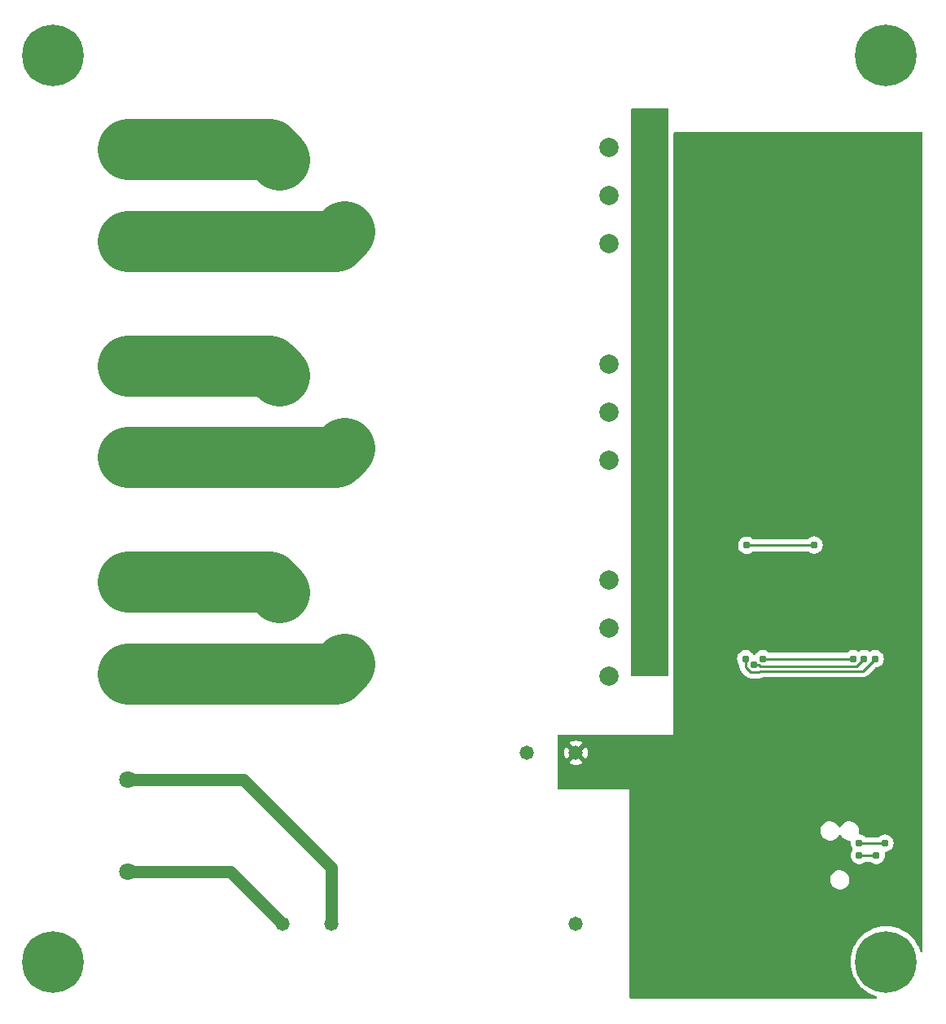
<source format=gbl>
G04 #@! TF.GenerationSoftware,KiCad,Pcbnew,6.0.2+dfsg-1*
G04 #@! TF.CreationDate,2023-09-16T21:21:40-06:00*
G04 #@! TF.ProjectId,ckt-xbeeio-acsw,636b742d-7862-4656-9569-6f2d61637377,rev?*
G04 #@! TF.SameCoordinates,Original*
G04 #@! TF.FileFunction,Copper,L2,Bot*
G04 #@! TF.FilePolarity,Positive*
%FSLAX46Y46*%
G04 Gerber Fmt 4.6, Leading zero omitted, Abs format (unit mm)*
G04 Created by KiCad (PCBNEW 6.0.2+dfsg-1) date 2023-09-16 21:21:40*
%MOMM*%
%LPD*%
G01*
G04 APERTURE LIST*
G04 #@! TA.AperFunction,ComponentPad*
%ADD10C,1.803400*%
G04 #@! TD*
G04 #@! TA.AperFunction,ComponentPad*
%ADD11C,2.000000*%
G04 #@! TD*
G04 #@! TA.AperFunction,ComponentPad*
%ADD12C,4.000000*%
G04 #@! TD*
G04 #@! TA.AperFunction,ComponentPad*
%ADD13C,6.400000*%
G04 #@! TD*
G04 #@! TA.AperFunction,ComponentPad*
%ADD14C,1.473200*%
G04 #@! TD*
G04 #@! TA.AperFunction,ViaPad*
%ADD15C,0.787400*%
G04 #@! TD*
G04 #@! TA.AperFunction,Conductor*
%ADD16C,6.350000*%
G04 #@! TD*
G04 #@! TA.AperFunction,Conductor*
%ADD17C,0.254000*%
G04 #@! TD*
G04 #@! TA.AperFunction,Conductor*
%ADD18C,1.270000*%
G04 #@! TD*
G04 APERTURE END LIST*
D10*
X43815000Y-99060000D03*
X43815000Y-108580001D03*
D11*
X93844998Y-121365000D03*
X93844998Y-131365000D03*
D12*
X66344998Y-130115000D03*
X59594998Y-122615000D03*
D11*
X93844998Y-126365000D03*
X93844998Y-98886000D03*
X93844998Y-108886000D03*
D12*
X66344998Y-107636000D03*
X59594998Y-100136000D03*
D11*
X93844998Y-103886000D03*
D10*
X43815000Y-142113000D03*
X43815000Y-151633001D03*
D13*
X36068000Y-66802000D03*
D14*
X59944000Y-157099000D03*
X65024000Y-157099000D03*
X90424000Y-157099000D03*
X90424000Y-139319000D03*
X85344000Y-139319000D03*
D11*
X53340000Y-76327000D03*
X51840000Y-86327000D03*
X93844998Y-76407000D03*
X93844998Y-86407000D03*
D12*
X66344998Y-85157000D03*
X59594998Y-77657000D03*
D11*
X93844998Y-81407000D03*
D10*
X43815000Y-121539000D03*
X43815000Y-131059001D03*
X43815000Y-76581000D03*
X43815000Y-86101001D03*
D11*
X53340000Y-98806000D03*
X51840000Y-108806000D03*
D13*
X122682000Y-161036000D03*
X36068000Y-161036000D03*
D11*
X53340000Y-121285000D03*
X51840000Y-131285000D03*
D13*
X122682000Y-66802000D03*
D15*
X106807000Y-98171000D03*
X102616000Y-122428000D03*
X104775000Y-98171000D03*
X96647000Y-140208000D03*
X112329000Y-148209000D03*
X104521000Y-92583000D03*
X112329000Y-145161000D03*
X96647000Y-153670000D03*
X97790000Y-140208000D03*
X100076000Y-142621000D03*
X96647000Y-154686000D03*
X96647000Y-155702000D03*
X113472000Y-142113000D03*
X102616000Y-116332000D03*
X100076000Y-144653000D03*
X97790000Y-142240000D03*
X97790000Y-141224000D03*
X105791000Y-98171000D03*
X106299000Y-76835000D03*
X106299000Y-75565000D03*
X96647000Y-142240000D03*
X104521000Y-90551000D03*
X104521000Y-91567000D03*
X113472000Y-145161000D03*
X98933000Y-142621000D03*
X107823000Y-76835000D03*
X96647000Y-139192000D03*
X104775000Y-76835000D03*
X96647000Y-138176000D03*
X114681000Y-124206000D03*
X103505000Y-92583000D03*
X102616000Y-124206000D03*
X115631000Y-133555500D03*
X101219000Y-96520000D03*
X112329000Y-142113000D03*
X103505000Y-91567000D03*
X113472000Y-148209000D03*
X96647000Y-141224000D03*
X106807000Y-100203000D03*
X103964500Y-161211500D03*
X103505000Y-90551000D03*
X101219000Y-97536000D03*
X97790000Y-138176000D03*
X115316000Y-148717000D03*
X97790000Y-139192000D03*
X100076000Y-143637000D03*
X115631000Y-137365500D03*
X98933000Y-143637000D03*
X114681000Y-123171000D03*
X98933000Y-144653000D03*
X110568511Y-100535511D03*
X106807000Y-99187000D03*
X99364800Y-75996800D03*
X98044000Y-129540000D03*
X97078800Y-74930000D03*
X97078800Y-75996800D03*
X98044000Y-130683000D03*
X96774000Y-130683000D03*
X99314000Y-129540000D03*
X98247200Y-74930000D03*
X99314000Y-128397000D03*
X97078800Y-73914000D03*
X99364800Y-74930000D03*
X97078800Y-72898000D03*
X98247200Y-75996800D03*
X99314000Y-130683000D03*
X121666000Y-149987000D03*
X119888000Y-149987000D03*
X108077000Y-129540000D03*
X121539000Y-129540000D03*
X120396000Y-129540000D03*
X108966000Y-130175000D03*
X119253000Y-129540000D03*
X109855000Y-129540000D03*
X119888000Y-148717000D03*
X115189000Y-117729000D03*
X108185000Y-117748000D03*
X122555000Y-148717000D03*
D16*
X58518998Y-76581000D02*
X59594998Y-77657000D01*
X43815000Y-76581000D02*
X58518998Y-76581000D01*
X65400997Y-86101001D02*
X66344998Y-85157000D01*
X43815000Y-86101001D02*
X65400997Y-86101001D01*
X58518998Y-99060000D02*
X59594998Y-100136000D01*
X43815000Y-99060000D02*
X58518998Y-99060000D01*
X43815000Y-108580001D02*
X65400997Y-108580001D01*
X65400997Y-108580001D02*
X66344998Y-107636000D01*
X58518998Y-121539000D02*
X59594998Y-122615000D01*
X43815000Y-121539000D02*
X58518998Y-121539000D01*
X43815000Y-131059001D02*
X65400997Y-131059001D01*
X65400997Y-131059001D02*
X66344998Y-130115000D01*
D17*
X119888000Y-149987000D02*
X121666000Y-149987000D01*
X108585000Y-130937000D02*
X108077000Y-130429000D01*
X121539000Y-129540000D02*
X120269000Y-130810000D01*
X109601000Y-130810000D02*
X109474000Y-130937000D01*
X108077000Y-130429000D02*
X108077000Y-129540000D01*
X109474000Y-130937000D02*
X108585000Y-130937000D01*
X120269000Y-130810000D02*
X109601000Y-130810000D01*
X119634000Y-130302000D02*
X120396000Y-129540000D01*
X108966000Y-130175000D02*
X109474000Y-130175000D01*
X109601000Y-130302000D02*
X119634000Y-130302000D01*
X109474000Y-130175000D02*
X109601000Y-130302000D01*
X109855000Y-129540000D02*
X119253000Y-129540000D01*
D18*
X43815000Y-142113000D02*
X55880000Y-142113000D01*
X65024000Y-151257000D02*
X65024000Y-157099000D01*
X55880000Y-142113000D02*
X65024000Y-151257000D01*
X43815000Y-151633001D02*
X54478001Y-151633001D01*
X54478001Y-151633001D02*
X59944000Y-157099000D01*
D17*
X115189000Y-117729000D02*
X108204000Y-117729000D01*
X119888000Y-148717000D02*
X122555000Y-148717000D01*
X108204000Y-117729000D02*
X108185000Y-117748000D01*
G04 #@! TA.AperFunction,Conductor*
G36*
X100018121Y-72359202D02*
G01*
X100064614Y-72412858D01*
X100076000Y-72465200D01*
X100076000Y-131192000D01*
X100055998Y-131260121D01*
X100002342Y-131306614D01*
X99950000Y-131318000D01*
X96239600Y-131318000D01*
X96171479Y-131297998D01*
X96124986Y-131244342D01*
X96113600Y-131192000D01*
X96113600Y-72465200D01*
X96133602Y-72397079D01*
X96187258Y-72350586D01*
X96239600Y-72339200D01*
X99950000Y-72339200D01*
X100018121Y-72359202D01*
G37*
G04 #@! TD.AperFunction*
G04 #@! TA.AperFunction,Conductor*
G36*
X126434121Y-74823002D02*
G01*
X126480614Y-74876658D01*
X126492000Y-74929000D01*
X126492000Y-159969505D01*
X126471998Y-160037626D01*
X126418342Y-160084119D01*
X126348068Y-160094223D01*
X126283488Y-160064729D01*
X126244293Y-160002116D01*
X126214688Y-159891630D01*
X126213833Y-159888438D01*
X126074532Y-159525547D01*
X125898062Y-159179206D01*
X125686357Y-158853207D01*
X125441734Y-158551124D01*
X125166876Y-158276266D01*
X124864793Y-158031643D01*
X124862029Y-158029848D01*
X124541564Y-157821736D01*
X124541561Y-157821734D01*
X124538795Y-157819938D01*
X124535861Y-157818443D01*
X124535854Y-157818439D01*
X124195393Y-157644966D01*
X124192453Y-157643468D01*
X123829562Y-157504167D01*
X123454099Y-157403562D01*
X123250207Y-157371268D01*
X123073424Y-157343268D01*
X123073416Y-157343267D01*
X123070176Y-157342754D01*
X122682000Y-157322411D01*
X122293824Y-157342754D01*
X122290584Y-157343267D01*
X122290576Y-157343268D01*
X122113793Y-157371268D01*
X121909901Y-157403562D01*
X121534438Y-157504167D01*
X121171547Y-157643468D01*
X121168607Y-157644966D01*
X120828147Y-157818439D01*
X120828140Y-157818443D01*
X120825206Y-157819938D01*
X120499207Y-158031643D01*
X120197124Y-158276266D01*
X119922266Y-158551124D01*
X119677643Y-158853207D01*
X119465938Y-159179206D01*
X119289468Y-159525547D01*
X119150167Y-159888438D01*
X119049562Y-160263901D01*
X118988754Y-160647824D01*
X118968411Y-161036000D01*
X118988754Y-161424176D01*
X119049562Y-161808099D01*
X119150167Y-162183562D01*
X119289468Y-162546453D01*
X119465938Y-162892794D01*
X119677643Y-163218793D01*
X119922266Y-163520876D01*
X120197124Y-163795734D01*
X120499207Y-164040357D01*
X120825205Y-164252062D01*
X120828139Y-164253557D01*
X120828146Y-164253561D01*
X121168607Y-164427034D01*
X121171547Y-164428532D01*
X121534438Y-164567833D01*
X121625880Y-164592335D01*
X121648116Y-164598293D01*
X121708739Y-164635245D01*
X121739760Y-164699105D01*
X121731332Y-164769600D01*
X121686129Y-164824347D01*
X121615505Y-164846000D01*
X96138000Y-164846000D01*
X96069879Y-164825998D01*
X96023386Y-164772342D01*
X96012000Y-164720000D01*
X96012000Y-152576288D01*
X116848228Y-152576288D01*
X116878722Y-152777922D01*
X116949137Y-152969306D01*
X117056598Y-153142622D01*
X117196714Y-153290791D01*
X117201944Y-153294453D01*
X117201945Y-153294454D01*
X117358528Y-153404094D01*
X117363761Y-153407758D01*
X117550916Y-153488747D01*
X117557164Y-153490052D01*
X117557163Y-153490052D01*
X117745788Y-153529459D01*
X117745792Y-153529459D01*
X117750533Y-153530450D01*
X117755370Y-153530703D01*
X117755374Y-153530704D01*
X117755440Y-153530707D01*
X117757212Y-153530800D01*
X117906967Y-153530800D01*
X117979613Y-153523421D01*
X118052534Y-153516014D01*
X118052535Y-153516014D01*
X118058883Y-153515369D01*
X118253478Y-153454386D01*
X118431837Y-153355521D01*
X118586673Y-153222810D01*
X118711661Y-153061676D01*
X118801696Y-152878701D01*
X118803306Y-152872521D01*
X118851490Y-152687541D01*
X118851490Y-152687538D01*
X118853100Y-152681359D01*
X118863772Y-152477712D01*
X118833278Y-152276078D01*
X118762863Y-152084694D01*
X118655402Y-151911378D01*
X118515286Y-151763209D01*
X118418425Y-151695386D01*
X118353472Y-151649906D01*
X118353471Y-151649905D01*
X118348239Y-151646242D01*
X118161084Y-151565253D01*
X118110627Y-151554712D01*
X117966212Y-151524541D01*
X117966208Y-151524541D01*
X117961467Y-151523550D01*
X117956630Y-151523297D01*
X117956626Y-151523296D01*
X117956560Y-151523293D01*
X117954788Y-151523200D01*
X117805033Y-151523200D01*
X117732387Y-151530579D01*
X117659466Y-151537986D01*
X117659465Y-151537986D01*
X117653117Y-151538631D01*
X117458522Y-151599614D01*
X117280163Y-151698479D01*
X117125327Y-151831190D01*
X117000339Y-151992324D01*
X116910304Y-152175299D01*
X116908695Y-152181477D01*
X116908694Y-152181479D01*
X116885615Y-152270082D01*
X116858900Y-152372641D01*
X116848228Y-152576288D01*
X96012000Y-152576288D01*
X96012000Y-147496288D01*
X115832228Y-147496288D01*
X115862722Y-147697922D01*
X115864928Y-147703917D01*
X115864928Y-147703918D01*
X115921220Y-147856915D01*
X115933137Y-147889306D01*
X116011338Y-148015430D01*
X116032238Y-148049138D01*
X116040598Y-148062622D01*
X116180714Y-148210791D01*
X116185944Y-148214453D01*
X116185945Y-148214454D01*
X116342528Y-148324094D01*
X116347761Y-148327758D01*
X116534916Y-148408747D01*
X116541164Y-148410052D01*
X116541163Y-148410052D01*
X116729788Y-148449459D01*
X116729792Y-148449459D01*
X116734533Y-148450450D01*
X116739370Y-148450703D01*
X116739374Y-148450704D01*
X116739440Y-148450707D01*
X116741212Y-148450800D01*
X116890967Y-148450800D01*
X116997380Y-148439991D01*
X117036534Y-148436014D01*
X117036535Y-148436014D01*
X117042883Y-148435369D01*
X117237478Y-148374386D01*
X117415837Y-148275521D01*
X117570673Y-148142810D01*
X117695661Y-147981676D01*
X117698474Y-147975959D01*
X117698481Y-147975948D01*
X117740427Y-147890702D01*
X117788449Y-147838411D01*
X117857119Y-147820385D01*
X117924634Y-147842345D01*
X117965105Y-147889218D01*
X117965137Y-147889306D01*
X117968504Y-147894736D01*
X118064238Y-148049138D01*
X118072598Y-148062622D01*
X118212714Y-148210791D01*
X118217944Y-148214453D01*
X118217945Y-148214454D01*
X118374528Y-148324094D01*
X118379761Y-148327758D01*
X118566916Y-148408747D01*
X118573164Y-148410052D01*
X118573163Y-148410052D01*
X118761788Y-148449459D01*
X118761792Y-148449459D01*
X118766533Y-148450450D01*
X118771370Y-148450703D01*
X118771374Y-148450704D01*
X118771440Y-148450707D01*
X118773212Y-148450800D01*
X118868871Y-148450800D01*
X118936992Y-148470802D01*
X118983485Y-148524458D01*
X118994181Y-148589970D01*
X118981520Y-148710434D01*
X118980830Y-148717000D01*
X119000654Y-148905611D01*
X119059259Y-149085979D01*
X119154084Y-149250221D01*
X119169815Y-149267692D01*
X119200531Y-149331698D01*
X119191766Y-149402151D01*
X119169816Y-149436307D01*
X119154084Y-149453779D01*
X119059259Y-149618021D01*
X119000654Y-149798389D01*
X118980830Y-149987000D01*
X119000654Y-150175611D01*
X119059259Y-150355979D01*
X119154084Y-150520221D01*
X119280985Y-150661159D01*
X119286327Y-150665040D01*
X119286329Y-150665042D01*
X119429073Y-150768751D01*
X119434415Y-150772632D01*
X119440443Y-150775316D01*
X119440445Y-150775317D01*
X119601638Y-150847085D01*
X119607669Y-150849770D01*
X119700422Y-150869485D01*
X119786718Y-150887828D01*
X119786722Y-150887828D01*
X119793175Y-150889200D01*
X119982825Y-150889200D01*
X119989278Y-150887828D01*
X119989282Y-150887828D01*
X120075578Y-150869485D01*
X120168331Y-150849770D01*
X120174362Y-150847085D01*
X120335555Y-150775317D01*
X120335557Y-150775316D01*
X120341585Y-150772632D01*
X120346927Y-150768751D01*
X120489671Y-150665042D01*
X120489673Y-150665040D01*
X120495015Y-150661159D01*
X120499434Y-150656252D01*
X120500977Y-150654862D01*
X120564985Y-150624146D01*
X120585286Y-150622500D01*
X120968714Y-150622500D01*
X121036835Y-150642502D01*
X121053023Y-150654862D01*
X121054566Y-150656252D01*
X121058985Y-150661159D01*
X121064327Y-150665040D01*
X121064329Y-150665042D01*
X121207073Y-150768751D01*
X121212415Y-150772632D01*
X121218443Y-150775316D01*
X121218445Y-150775317D01*
X121379638Y-150847085D01*
X121385669Y-150849770D01*
X121478422Y-150869485D01*
X121564718Y-150887828D01*
X121564722Y-150887828D01*
X121571175Y-150889200D01*
X121760825Y-150889200D01*
X121767278Y-150887828D01*
X121767282Y-150887828D01*
X121853578Y-150869485D01*
X121946331Y-150849770D01*
X121952362Y-150847085D01*
X122113555Y-150775317D01*
X122113557Y-150775316D01*
X122119585Y-150772632D01*
X122124927Y-150768751D01*
X122267671Y-150665042D01*
X122267673Y-150665040D01*
X122273015Y-150661159D01*
X122399916Y-150520221D01*
X122494741Y-150355979D01*
X122553346Y-150175611D01*
X122573170Y-149987000D01*
X122553346Y-149798389D01*
X122548096Y-149782230D01*
X122546070Y-149711263D01*
X122582734Y-149650466D01*
X122646329Y-149619200D01*
X122649825Y-149619200D01*
X122835331Y-149579770D01*
X122841362Y-149577085D01*
X123002555Y-149505317D01*
X123002557Y-149505316D01*
X123008585Y-149502632D01*
X123013927Y-149498751D01*
X123156671Y-149395042D01*
X123156673Y-149395040D01*
X123162015Y-149391159D01*
X123288916Y-149250221D01*
X123383741Y-149085979D01*
X123442346Y-148905611D01*
X123462170Y-148717000D01*
X123461480Y-148710434D01*
X123443036Y-148534953D01*
X123443036Y-148534952D01*
X123442346Y-148528389D01*
X123383741Y-148348021D01*
X123288916Y-148183779D01*
X123252028Y-148142810D01*
X123166437Y-148047752D01*
X123166436Y-148047751D01*
X123162015Y-148042841D01*
X123156673Y-148038960D01*
X123156671Y-148038958D01*
X123013927Y-147935249D01*
X123013926Y-147935248D01*
X123008585Y-147931368D01*
X123002557Y-147928684D01*
X123002555Y-147928683D01*
X122841362Y-147856915D01*
X122841360Y-147856914D01*
X122835331Y-147854230D01*
X122742578Y-147834515D01*
X122656282Y-147816172D01*
X122656278Y-147816172D01*
X122649825Y-147814800D01*
X122460175Y-147814800D01*
X122453722Y-147816172D01*
X122453718Y-147816172D01*
X122367422Y-147834515D01*
X122274669Y-147854230D01*
X122268640Y-147856914D01*
X122268638Y-147856915D01*
X122107445Y-147928683D01*
X122107443Y-147928684D01*
X122101415Y-147931368D01*
X122096074Y-147935248D01*
X122096073Y-147935249D01*
X121953329Y-148038958D01*
X121953327Y-148038960D01*
X121947985Y-148042841D01*
X121943566Y-148047748D01*
X121942023Y-148049138D01*
X121878015Y-148079854D01*
X121857714Y-148081500D01*
X120585286Y-148081500D01*
X120517165Y-148061498D01*
X120500977Y-148049138D01*
X120499434Y-148047748D01*
X120495015Y-148042841D01*
X120489673Y-148038960D01*
X120489671Y-148038958D01*
X120346927Y-147935249D01*
X120346926Y-147935248D01*
X120341585Y-147931368D01*
X120335557Y-147928684D01*
X120335555Y-147928683D01*
X120174362Y-147856915D01*
X120174360Y-147856914D01*
X120168331Y-147854230D01*
X120075578Y-147834515D01*
X119989282Y-147816172D01*
X119989278Y-147816172D01*
X119982825Y-147814800D01*
X119976223Y-147814800D01*
X119969656Y-147814110D01*
X119969791Y-147812822D01*
X119908406Y-147794798D01*
X119861913Y-147741142D01*
X119851809Y-147670868D01*
X119854594Y-147657049D01*
X119869100Y-147601359D01*
X119879772Y-147397712D01*
X119849278Y-147196078D01*
X119778863Y-147004694D01*
X119671402Y-146831378D01*
X119531286Y-146683209D01*
X119434425Y-146615386D01*
X119369472Y-146569906D01*
X119369471Y-146569905D01*
X119364239Y-146566242D01*
X119177084Y-146485253D01*
X119126627Y-146474712D01*
X118982212Y-146444541D01*
X118982208Y-146444541D01*
X118977467Y-146443550D01*
X118972630Y-146443297D01*
X118972626Y-146443296D01*
X118972560Y-146443293D01*
X118970788Y-146443200D01*
X118821033Y-146443200D01*
X118748387Y-146450579D01*
X118675466Y-146457986D01*
X118675465Y-146457986D01*
X118669117Y-146458631D01*
X118474522Y-146519614D01*
X118296163Y-146618479D01*
X118141327Y-146751190D01*
X118016339Y-146912324D01*
X118013526Y-146918041D01*
X118013519Y-146918052D01*
X117971573Y-147003298D01*
X117923551Y-147055589D01*
X117854881Y-147073615D01*
X117787366Y-147051655D01*
X117746895Y-147004782D01*
X117746863Y-147004694D01*
X117639402Y-146831378D01*
X117499286Y-146683209D01*
X117402425Y-146615386D01*
X117337472Y-146569906D01*
X117337471Y-146569905D01*
X117332239Y-146566242D01*
X117145084Y-146485253D01*
X117094627Y-146474712D01*
X116950212Y-146444541D01*
X116950208Y-146444541D01*
X116945467Y-146443550D01*
X116940630Y-146443297D01*
X116940626Y-146443296D01*
X116940560Y-146443293D01*
X116938788Y-146443200D01*
X116789033Y-146443200D01*
X116716387Y-146450579D01*
X116643466Y-146457986D01*
X116643465Y-146457986D01*
X116637117Y-146458631D01*
X116442522Y-146519614D01*
X116264163Y-146618479D01*
X116109327Y-146751190D01*
X115984339Y-146912324D01*
X115894304Y-147095299D01*
X115892695Y-147101477D01*
X115892694Y-147101479D01*
X115869615Y-147190082D01*
X115842900Y-147292641D01*
X115832228Y-147496288D01*
X96012000Y-147496288D01*
X96012000Y-143129000D01*
X88645000Y-143129000D01*
X88576879Y-143108998D01*
X88530386Y-143055342D01*
X88519000Y-143003000D01*
X88519000Y-140359540D01*
X89748015Y-140359540D01*
X89757311Y-140371555D01*
X89794814Y-140397815D01*
X89804310Y-140403298D01*
X89991714Y-140490686D01*
X90002006Y-140494432D01*
X90201739Y-140547950D01*
X90212531Y-140549853D01*
X90418525Y-140567875D01*
X90429475Y-140567875D01*
X90635469Y-140549853D01*
X90646261Y-140547950D01*
X90845994Y-140494432D01*
X90856286Y-140490686D01*
X91043690Y-140403298D01*
X91053186Y-140397815D01*
X91091527Y-140370968D01*
X91099902Y-140360491D01*
X91092833Y-140347043D01*
X90436812Y-139691022D01*
X90422868Y-139683408D01*
X90421035Y-139683539D01*
X90414420Y-139687790D01*
X89754445Y-140347765D01*
X89748015Y-140359540D01*
X88519000Y-140359540D01*
X88519000Y-139324475D01*
X89175125Y-139324475D01*
X89193147Y-139530469D01*
X89195050Y-139541261D01*
X89248568Y-139740994D01*
X89252314Y-139751286D01*
X89339702Y-139938690D01*
X89345185Y-139948186D01*
X89372032Y-139986527D01*
X89382509Y-139994902D01*
X89395957Y-139987833D01*
X90051978Y-139331812D01*
X90058356Y-139320132D01*
X90788408Y-139320132D01*
X90788539Y-139321965D01*
X90792790Y-139328580D01*
X91452765Y-139988555D01*
X91464540Y-139994985D01*
X91476555Y-139985689D01*
X91502815Y-139948186D01*
X91508298Y-139938690D01*
X91595686Y-139751286D01*
X91599432Y-139740994D01*
X91652950Y-139541261D01*
X91654853Y-139530469D01*
X91672875Y-139324475D01*
X91672875Y-139313525D01*
X91654853Y-139107531D01*
X91652950Y-139096739D01*
X91599432Y-138897006D01*
X91595686Y-138886714D01*
X91508298Y-138699310D01*
X91502815Y-138689814D01*
X91475968Y-138651473D01*
X91465491Y-138643098D01*
X91452043Y-138650167D01*
X90796022Y-139306188D01*
X90788408Y-139320132D01*
X90058356Y-139320132D01*
X90059592Y-139317868D01*
X90059461Y-139316035D01*
X90055210Y-139309420D01*
X89395235Y-138649445D01*
X89383460Y-138643015D01*
X89371445Y-138652311D01*
X89345185Y-138689814D01*
X89339702Y-138699310D01*
X89252314Y-138886714D01*
X89248568Y-138897006D01*
X89195050Y-139096739D01*
X89193147Y-139107531D01*
X89175125Y-139313525D01*
X89175125Y-139324475D01*
X88519000Y-139324475D01*
X88519000Y-138277509D01*
X89748098Y-138277509D01*
X89755167Y-138290957D01*
X90411188Y-138946978D01*
X90425132Y-138954592D01*
X90426965Y-138954461D01*
X90433580Y-138950210D01*
X91093555Y-138290235D01*
X91099985Y-138278460D01*
X91090689Y-138266445D01*
X91053186Y-138240185D01*
X91043690Y-138234702D01*
X90856286Y-138147314D01*
X90845994Y-138143568D01*
X90646261Y-138090050D01*
X90635469Y-138088147D01*
X90429475Y-138070125D01*
X90418525Y-138070125D01*
X90212531Y-138088147D01*
X90201739Y-138090050D01*
X90002006Y-138143568D01*
X89991714Y-138147314D01*
X89804310Y-138234702D01*
X89794814Y-138240185D01*
X89756473Y-138267032D01*
X89748098Y-138277509D01*
X88519000Y-138277509D01*
X88519000Y-137540000D01*
X88539002Y-137471879D01*
X88592658Y-137425386D01*
X88645000Y-137414000D01*
X100584000Y-137414000D01*
X100584000Y-129540000D01*
X107169830Y-129540000D01*
X107189654Y-129728611D01*
X107248259Y-129908979D01*
X107343084Y-130073221D01*
X107409137Y-130146580D01*
X107439853Y-130210586D01*
X107441500Y-130230889D01*
X107441500Y-130349980D01*
X107440970Y-130361214D01*
X107439292Y-130368719D01*
X107439541Y-130376638D01*
X107441438Y-130437012D01*
X107441500Y-130440969D01*
X107441500Y-130468983D01*
X107441996Y-130472908D01*
X107441996Y-130472909D01*
X107442008Y-130473004D01*
X107442941Y-130484849D01*
X107444335Y-130529205D01*
X107446547Y-130536817D01*
X107450013Y-130548748D01*
X107454023Y-130568112D01*
X107456573Y-130588299D01*
X107459489Y-130595663D01*
X107459490Y-130595668D01*
X107472907Y-130629556D01*
X107476752Y-130640785D01*
X107489131Y-130683393D01*
X107493169Y-130690220D01*
X107493170Y-130690223D01*
X107499488Y-130700906D01*
X107508188Y-130718664D01*
X107512761Y-130730215D01*
X107512765Y-130730221D01*
X107515681Y-130737588D01*
X107520339Y-130743999D01*
X107520340Y-130744001D01*
X107541764Y-130773488D01*
X107548281Y-130783410D01*
X107566826Y-130814768D01*
X107566829Y-130814772D01*
X107570866Y-130821598D01*
X107585250Y-130835982D01*
X107598091Y-130851016D01*
X107610058Y-130867487D01*
X107616166Y-130872540D01*
X107644255Y-130895777D01*
X107653035Y-130903767D01*
X108079745Y-131330477D01*
X108087322Y-131338803D01*
X108091447Y-131345303D01*
X108097225Y-131350729D01*
X108097226Y-131350730D01*
X108141281Y-131392100D01*
X108144123Y-131394855D01*
X108163906Y-131414638D01*
X108167114Y-131417126D01*
X108176143Y-131424837D01*
X108208494Y-131455217D01*
X108215443Y-131459037D01*
X108226329Y-131465022D01*
X108242853Y-131475876D01*
X108258933Y-131488349D01*
X108266210Y-131491498D01*
X108299650Y-131505969D01*
X108310311Y-131511192D01*
X108342247Y-131528749D01*
X108342252Y-131528751D01*
X108349197Y-131532569D01*
X108356871Y-131534539D01*
X108356878Y-131534542D01*
X108368913Y-131537632D01*
X108387618Y-131544036D01*
X108391625Y-131545770D01*
X108406292Y-131552117D01*
X108421401Y-131554510D01*
X108450127Y-131559060D01*
X108461740Y-131561465D01*
X108504718Y-131572500D01*
X108525065Y-131572500D01*
X108544777Y-131574051D01*
X108564879Y-131577235D01*
X108572771Y-131576489D01*
X108609056Y-131573059D01*
X108620914Y-131572500D01*
X109394980Y-131572500D01*
X109406214Y-131573030D01*
X109413719Y-131574708D01*
X109482012Y-131572562D01*
X109485969Y-131572500D01*
X109513983Y-131572500D01*
X109517908Y-131572004D01*
X109517909Y-131572004D01*
X109518004Y-131571992D01*
X109529849Y-131571059D01*
X109559670Y-131570122D01*
X109566282Y-131569914D01*
X109566283Y-131569914D01*
X109574205Y-131569665D01*
X109593749Y-131563987D01*
X109613112Y-131559977D01*
X109625440Y-131558420D01*
X109625442Y-131558420D01*
X109633299Y-131557427D01*
X109640663Y-131554511D01*
X109640668Y-131554510D01*
X109674556Y-131541093D01*
X109685785Y-131537248D01*
X109702465Y-131532402D01*
X109728393Y-131524869D01*
X109735220Y-131520831D01*
X109735223Y-131520830D01*
X109745906Y-131514512D01*
X109763664Y-131505812D01*
X109775215Y-131501239D01*
X109775221Y-131501235D01*
X109782588Y-131498319D01*
X109818490Y-131472235D01*
X109828399Y-131465725D01*
X109832918Y-131463052D01*
X109897067Y-131445500D01*
X120189980Y-131445500D01*
X120201214Y-131446030D01*
X120208719Y-131447708D01*
X120277012Y-131445562D01*
X120280969Y-131445500D01*
X120308983Y-131445500D01*
X120312908Y-131445004D01*
X120312909Y-131445004D01*
X120313004Y-131444992D01*
X120324849Y-131444059D01*
X120354670Y-131443122D01*
X120361282Y-131442914D01*
X120361283Y-131442914D01*
X120369205Y-131442665D01*
X120388749Y-131436987D01*
X120408112Y-131432977D01*
X120420440Y-131431420D01*
X120420442Y-131431420D01*
X120428299Y-131430427D01*
X120435663Y-131427511D01*
X120435668Y-131427510D01*
X120469556Y-131414093D01*
X120480785Y-131410248D01*
X120497465Y-131405402D01*
X120523393Y-131397869D01*
X120530220Y-131393831D01*
X120530223Y-131393830D01*
X120540906Y-131387512D01*
X120558664Y-131378812D01*
X120570215Y-131374239D01*
X120570221Y-131374235D01*
X120577588Y-131371319D01*
X120586286Y-131365000D01*
X120613488Y-131345236D01*
X120623410Y-131338719D01*
X120654768Y-131320174D01*
X120654772Y-131320171D01*
X120661598Y-131316134D01*
X120675982Y-131301750D01*
X120691016Y-131288909D01*
X120701073Y-131281602D01*
X120707487Y-131276942D01*
X120735778Y-131242744D01*
X120743767Y-131233965D01*
X121498627Y-130479105D01*
X121560939Y-130445079D01*
X121587722Y-130442200D01*
X121633825Y-130442200D01*
X121640278Y-130440828D01*
X121640282Y-130440828D01*
X121726578Y-130422485D01*
X121819331Y-130402770D01*
X121825362Y-130400085D01*
X121986555Y-130328317D01*
X121986557Y-130328316D01*
X121992585Y-130325632D01*
X122034704Y-130295031D01*
X122140671Y-130218042D01*
X122140673Y-130218040D01*
X122146015Y-130214159D01*
X122212046Y-130140824D01*
X122268497Y-130078129D01*
X122268501Y-130078124D01*
X122272916Y-130073221D01*
X122367741Y-129908979D01*
X122426346Y-129728611D01*
X122446170Y-129540000D01*
X122426346Y-129351389D01*
X122367741Y-129171021D01*
X122354925Y-129148822D01*
X122276217Y-129012497D01*
X122272916Y-129006779D01*
X122238450Y-128968500D01*
X122150437Y-128870752D01*
X122150436Y-128870751D01*
X122146015Y-128865841D01*
X122140673Y-128861960D01*
X122140671Y-128861958D01*
X121997927Y-128758249D01*
X121997926Y-128758248D01*
X121992585Y-128754368D01*
X121986557Y-128751684D01*
X121986555Y-128751683D01*
X121825362Y-128679915D01*
X121825360Y-128679914D01*
X121819331Y-128677230D01*
X121726578Y-128657515D01*
X121640282Y-128639172D01*
X121640278Y-128639172D01*
X121633825Y-128637800D01*
X121444175Y-128637800D01*
X121437722Y-128639172D01*
X121437718Y-128639172D01*
X121351422Y-128657515D01*
X121258669Y-128677230D01*
X121252640Y-128679914D01*
X121252638Y-128679915D01*
X121091445Y-128751683D01*
X121091443Y-128751684D01*
X121085415Y-128754368D01*
X121080074Y-128758248D01*
X121080073Y-128758249D01*
X121041561Y-128786230D01*
X120974694Y-128810088D01*
X120905542Y-128794008D01*
X120893439Y-128786230D01*
X120854927Y-128758249D01*
X120854926Y-128758248D01*
X120849585Y-128754368D01*
X120843557Y-128751684D01*
X120843555Y-128751683D01*
X120682362Y-128679915D01*
X120682360Y-128679914D01*
X120676331Y-128677230D01*
X120583578Y-128657515D01*
X120497282Y-128639172D01*
X120497278Y-128639172D01*
X120490825Y-128637800D01*
X120301175Y-128637800D01*
X120294722Y-128639172D01*
X120294718Y-128639172D01*
X120208422Y-128657515D01*
X120115669Y-128677230D01*
X120109640Y-128679914D01*
X120109638Y-128679915D01*
X119948445Y-128751683D01*
X119948443Y-128751684D01*
X119942415Y-128754368D01*
X119937074Y-128758248D01*
X119937073Y-128758249D01*
X119898561Y-128786230D01*
X119831694Y-128810088D01*
X119762542Y-128794008D01*
X119750439Y-128786230D01*
X119711927Y-128758249D01*
X119711926Y-128758248D01*
X119706585Y-128754368D01*
X119700557Y-128751684D01*
X119700555Y-128751683D01*
X119539362Y-128679915D01*
X119539360Y-128679914D01*
X119533331Y-128677230D01*
X119440578Y-128657515D01*
X119354282Y-128639172D01*
X119354278Y-128639172D01*
X119347825Y-128637800D01*
X119158175Y-128637800D01*
X119151722Y-128639172D01*
X119151718Y-128639172D01*
X119065422Y-128657515D01*
X118972669Y-128677230D01*
X118966640Y-128679914D01*
X118966638Y-128679915D01*
X118805445Y-128751683D01*
X118805443Y-128751684D01*
X118799415Y-128754368D01*
X118794074Y-128758248D01*
X118794073Y-128758249D01*
X118651329Y-128861958D01*
X118651327Y-128861960D01*
X118645985Y-128865841D01*
X118641566Y-128870748D01*
X118640023Y-128872138D01*
X118576015Y-128902854D01*
X118555714Y-128904500D01*
X110552286Y-128904500D01*
X110484165Y-128884498D01*
X110467977Y-128872138D01*
X110466434Y-128870748D01*
X110462015Y-128865841D01*
X110456673Y-128861960D01*
X110456671Y-128861958D01*
X110313927Y-128758249D01*
X110313926Y-128758248D01*
X110308585Y-128754368D01*
X110302557Y-128751684D01*
X110302555Y-128751683D01*
X110141362Y-128679915D01*
X110141360Y-128679914D01*
X110135331Y-128677230D01*
X110042578Y-128657515D01*
X109956282Y-128639172D01*
X109956278Y-128639172D01*
X109949825Y-128637800D01*
X109760175Y-128637800D01*
X109753722Y-128639172D01*
X109753718Y-128639172D01*
X109667422Y-128657515D01*
X109574669Y-128677230D01*
X109568640Y-128679914D01*
X109568638Y-128679915D01*
X109407445Y-128751683D01*
X109407443Y-128751684D01*
X109401415Y-128754368D01*
X109396074Y-128758248D01*
X109396073Y-128758249D01*
X109253329Y-128861958D01*
X109253327Y-128861960D01*
X109247985Y-128865841D01*
X109243564Y-128870751D01*
X109243563Y-128870752D01*
X109155551Y-128968500D01*
X109121084Y-129006779D01*
X109117783Y-129012497D01*
X109075119Y-129086393D01*
X109023737Y-129135386D01*
X108954023Y-129148822D01*
X108888112Y-129122436D01*
X108856881Y-129086393D01*
X108814217Y-129012497D01*
X108810916Y-129006779D01*
X108776450Y-128968500D01*
X108688437Y-128870752D01*
X108688436Y-128870751D01*
X108684015Y-128865841D01*
X108678673Y-128861960D01*
X108678671Y-128861958D01*
X108535927Y-128758249D01*
X108535926Y-128758248D01*
X108530585Y-128754368D01*
X108524557Y-128751684D01*
X108524555Y-128751683D01*
X108363362Y-128679915D01*
X108363360Y-128679914D01*
X108357331Y-128677230D01*
X108264578Y-128657515D01*
X108178282Y-128639172D01*
X108178278Y-128639172D01*
X108171825Y-128637800D01*
X107982175Y-128637800D01*
X107975722Y-128639172D01*
X107975718Y-128639172D01*
X107889422Y-128657515D01*
X107796669Y-128677230D01*
X107790640Y-128679914D01*
X107790638Y-128679915D01*
X107629445Y-128751683D01*
X107629443Y-128751684D01*
X107623415Y-128754368D01*
X107618074Y-128758248D01*
X107618073Y-128758249D01*
X107475329Y-128861958D01*
X107475327Y-128861960D01*
X107469985Y-128865841D01*
X107465564Y-128870751D01*
X107465563Y-128870752D01*
X107377551Y-128968500D01*
X107343084Y-129006779D01*
X107339783Y-129012497D01*
X107261076Y-129148822D01*
X107248259Y-129171021D01*
X107189654Y-129351389D01*
X107169830Y-129540000D01*
X100584000Y-129540000D01*
X100584000Y-117748000D01*
X107277830Y-117748000D01*
X107297654Y-117936611D01*
X107356259Y-118116979D01*
X107451084Y-118281221D01*
X107455502Y-118286128D01*
X107455503Y-118286129D01*
X107573563Y-118417248D01*
X107577985Y-118422159D01*
X107583327Y-118426040D01*
X107583329Y-118426042D01*
X107708959Y-118517317D01*
X107731415Y-118533632D01*
X107737443Y-118536316D01*
X107737445Y-118536317D01*
X107861994Y-118591770D01*
X107904669Y-118610770D01*
X107994331Y-118629828D01*
X108083718Y-118648828D01*
X108083722Y-118648828D01*
X108090175Y-118650200D01*
X108279825Y-118650200D01*
X108286278Y-118648828D01*
X108286282Y-118648828D01*
X108375669Y-118629828D01*
X108465331Y-118610770D01*
X108508006Y-118591770D01*
X108632555Y-118536317D01*
X108632557Y-118536316D01*
X108638585Y-118533632D01*
X108661041Y-118517317D01*
X108786671Y-118426042D01*
X108786673Y-118426040D01*
X108792015Y-118422159D01*
X108806393Y-118406190D01*
X108866838Y-118368951D01*
X108900030Y-118364500D01*
X114491714Y-118364500D01*
X114559835Y-118384502D01*
X114576023Y-118396862D01*
X114577566Y-118398252D01*
X114581985Y-118403159D01*
X114587327Y-118407040D01*
X114587329Y-118407042D01*
X114730073Y-118510751D01*
X114735415Y-118514632D01*
X114741443Y-118517316D01*
X114741445Y-118517317D01*
X114784120Y-118536317D01*
X114908669Y-118591770D01*
X114985426Y-118608085D01*
X115087718Y-118629828D01*
X115087722Y-118629828D01*
X115094175Y-118631200D01*
X115283825Y-118631200D01*
X115290278Y-118629828D01*
X115290282Y-118629828D01*
X115392574Y-118608085D01*
X115469331Y-118591770D01*
X115593880Y-118536317D01*
X115636555Y-118517317D01*
X115636557Y-118517316D01*
X115642585Y-118514632D01*
X115647927Y-118510751D01*
X115790671Y-118407042D01*
X115790673Y-118407040D01*
X115796015Y-118403159D01*
X115901389Y-118286129D01*
X115918497Y-118267129D01*
X115918498Y-118267128D01*
X115922916Y-118262221D01*
X116017741Y-118097979D01*
X116042181Y-118022760D01*
X116074306Y-117923890D01*
X116074306Y-117923889D01*
X116076346Y-117917611D01*
X116096170Y-117729000D01*
X116076346Y-117540389D01*
X116017741Y-117360021D01*
X115922916Y-117195779D01*
X115809627Y-117069958D01*
X115800437Y-117059752D01*
X115800436Y-117059751D01*
X115796015Y-117054841D01*
X115790673Y-117050960D01*
X115790671Y-117050958D01*
X115647927Y-116947249D01*
X115647926Y-116947248D01*
X115642585Y-116943368D01*
X115636557Y-116940684D01*
X115636555Y-116940683D01*
X115475362Y-116868915D01*
X115475360Y-116868914D01*
X115469331Y-116866230D01*
X115373214Y-116845800D01*
X115290282Y-116828172D01*
X115290278Y-116828172D01*
X115283825Y-116826800D01*
X115094175Y-116826800D01*
X115087722Y-116828172D01*
X115087718Y-116828172D01*
X115004786Y-116845800D01*
X114908669Y-116866230D01*
X114902640Y-116868914D01*
X114902638Y-116868915D01*
X114741445Y-116940683D01*
X114741443Y-116940684D01*
X114735415Y-116943368D01*
X114730074Y-116947248D01*
X114730073Y-116947249D01*
X114587329Y-117050958D01*
X114587327Y-117050960D01*
X114581985Y-117054841D01*
X114577566Y-117059748D01*
X114576023Y-117061138D01*
X114512015Y-117091854D01*
X114491714Y-117093500D01*
X108860013Y-117093500D01*
X108785952Y-117069436D01*
X108643927Y-116966249D01*
X108643926Y-116966248D01*
X108638585Y-116962368D01*
X108632557Y-116959684D01*
X108632555Y-116959683D01*
X108471362Y-116887915D01*
X108471360Y-116887914D01*
X108465331Y-116885230D01*
X108369487Y-116864858D01*
X108286282Y-116847172D01*
X108286278Y-116847172D01*
X108279825Y-116845800D01*
X108090175Y-116845800D01*
X108083722Y-116847172D01*
X108083718Y-116847172D01*
X108000513Y-116864858D01*
X107904669Y-116885230D01*
X107898640Y-116887914D01*
X107898638Y-116887915D01*
X107737445Y-116959683D01*
X107737443Y-116959684D01*
X107731415Y-116962368D01*
X107726074Y-116966248D01*
X107726073Y-116966249D01*
X107583329Y-117069958D01*
X107583327Y-117069960D01*
X107577985Y-117073841D01*
X107573564Y-117078751D01*
X107573563Y-117078752D01*
X107468192Y-117195779D01*
X107451084Y-117214779D01*
X107356259Y-117379021D01*
X107354217Y-117385306D01*
X107305868Y-117534110D01*
X107297654Y-117559389D01*
X107277830Y-117748000D01*
X100584000Y-117748000D01*
X100584000Y-74929000D01*
X100604002Y-74860879D01*
X100657658Y-74814386D01*
X100710000Y-74803000D01*
X126366000Y-74803000D01*
X126434121Y-74823002D01*
G37*
G04 #@! TD.AperFunction*
M02*

</source>
